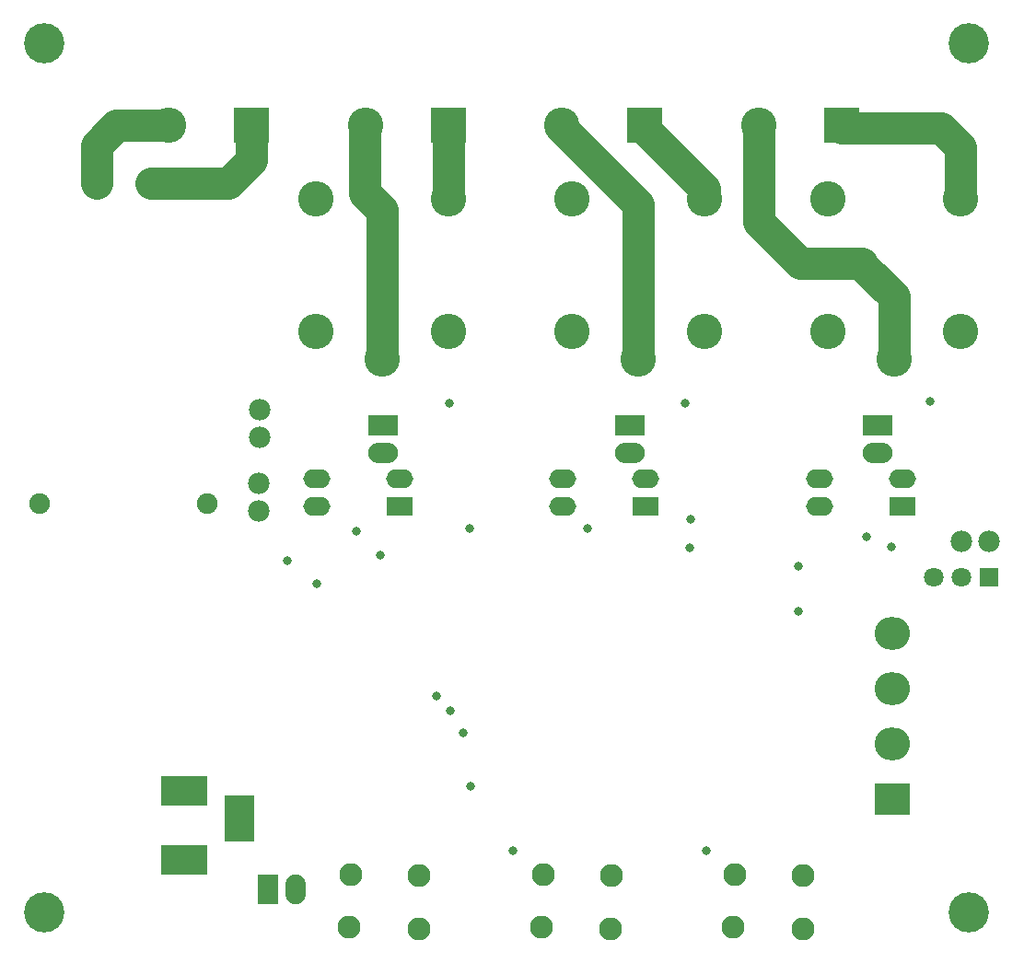
<source format=gbs>
G04*
G04 #@! TF.GenerationSoftware,Altium Limited,Altium Designer,19.0.12 (326)*
G04*
G04 Layer_Color=16711935*
%FSTAX24Y24*%
%MOIN*%
G70*
G01*
G75*
%ADD51C,0.0780*%
%ADD52C,0.1280*%
%ADD53R,0.1280X0.1280*%
%ADD54O,0.1080X0.0730*%
%ADD55R,0.1080X0.0730*%
%ADD56R,0.0980X0.0680*%
%ADD57O,0.0980X0.0680*%
%ADD58R,0.1080X0.1680*%
%ADD59R,0.1680X0.1080*%
%ADD60C,0.0680*%
%ADD61C,0.0749*%
%ADD62C,0.0830*%
%ADD63C,0.0710*%
%ADD64R,0.0710X0.0710*%
%ADD65R,0.0730X0.1080*%
%ADD66O,0.0730X0.1080*%
%ADD67O,0.1280X0.1180*%
%ADD68R,0.1280X0.1180*%
%ADD69C,0.1458*%
%ADD70C,0.0316*%
%ADD94C,0.1181*%
D51*
X043199Y02345D02*
D03*
X044199Y02345D02*
D03*
X0178Y0282D02*
D03*
X0178Y0272D02*
D03*
X01775Y02555D02*
D03*
X01775Y02455D02*
D03*
D52*
X03835Y03105D02*
D03*
X04315Y03585D02*
D03*
X04075Y03005D02*
D03*
X03835Y03585D02*
D03*
X04315Y03105D02*
D03*
X029083D02*
D03*
X033883Y03585D02*
D03*
X031483Y03005D02*
D03*
X029083Y03585D02*
D03*
X033883Y03105D02*
D03*
X019817D02*
D03*
X024617Y03585D02*
D03*
X022217Y03005D02*
D03*
X019817Y03585D02*
D03*
X024617Y03105D02*
D03*
X0145Y0385D02*
D03*
X021617D02*
D03*
X028733D02*
D03*
X03585D02*
D03*
D53*
X0175D02*
D03*
X024617D02*
D03*
X031733D02*
D03*
X03885D02*
D03*
D54*
X04015Y02665D02*
D03*
X0312D02*
D03*
X02225Y026659D02*
D03*
D55*
X04015Y02765D02*
D03*
X0312D02*
D03*
X02225Y027659D02*
D03*
D56*
X04105Y0247D02*
D03*
X03175D02*
D03*
X02285D02*
D03*
D57*
X04105Y0257D02*
D03*
X03805D02*
D03*
Y0247D02*
D03*
X03175Y0257D02*
D03*
X02875D02*
D03*
Y0247D02*
D03*
X02285Y0257D02*
D03*
X01985D02*
D03*
Y0247D02*
D03*
D58*
X01705Y0134D02*
D03*
D59*
X01505Y0119D02*
D03*
Y0144D02*
D03*
D60*
X01385Y0364D02*
D03*
X011882D02*
D03*
D61*
X015897Y024825D02*
D03*
X009834D02*
D03*
D62*
X03499Y011375D02*
D03*
X03744Y009425D02*
D03*
X03747Y011345D02*
D03*
X03493Y009465D02*
D03*
X02109Y011375D02*
D03*
X02354Y009425D02*
D03*
X02357Y011345D02*
D03*
X02103Y009465D02*
D03*
X02804Y011375D02*
D03*
X03049Y009425D02*
D03*
X03052Y011345D02*
D03*
X02798Y009465D02*
D03*
D63*
X0422Y02215D02*
D03*
X0432D02*
D03*
D64*
X0442D02*
D03*
D65*
X0181Y01085D02*
D03*
D66*
X0191D02*
D03*
D67*
X040704Y016099D02*
D03*
X040704Y0181D02*
D03*
X0407Y020103D02*
D03*
D68*
X040704Y014099D02*
D03*
D69*
X043465Y041496D02*
D03*
Y01D02*
D03*
X01Y041496D02*
D03*
Y01D02*
D03*
D70*
X03335Y0232D02*
D03*
X0213Y0238D02*
D03*
X02215Y02295D02*
D03*
X03975Y0236D02*
D03*
X04205Y0285D02*
D03*
X033382Y02425D02*
D03*
X0373Y02255D02*
D03*
Y0209D02*
D03*
X02965Y0239D02*
D03*
X0254D02*
D03*
X03395Y012252D02*
D03*
X02695Y01225D02*
D03*
X025406Y014574D02*
D03*
X04065Y02325D02*
D03*
X0332Y02845D02*
D03*
X02465D02*
D03*
X02515Y0165D02*
D03*
X0247Y0173D02*
D03*
X0242Y01785D02*
D03*
X01985Y0219D02*
D03*
X0188Y02275D02*
D03*
D94*
X03885Y0384D02*
X04245D01*
X04315Y0377D01*
Y03585D02*
Y0377D01*
X03815Y0335D02*
X0396D01*
X0397Y03335D02*
X04075Y0323D01*
Y03005D02*
Y0323D01*
X03735Y0335D02*
X0395D01*
X03585Y035D02*
X03735Y0335D01*
X03585Y035D02*
Y0384D01*
X033883Y03585D02*
Y036217D01*
X031733Y038367D02*
X033883Y036217D01*
X031733Y038367D02*
Y0384D01*
X028733D02*
X031483Y03565D01*
Y03005D02*
Y03565D01*
X0175Y03725D02*
Y0384D01*
X0174Y03715D02*
X0175Y03725D01*
X01665Y0364D02*
X0174Y03715D01*
X01385Y0364D02*
X01665D01*
X011882D02*
Y037782D01*
X01195Y03785D01*
X0126Y0385D01*
X0145D01*
X024617Y03585D02*
Y0384D01*
X0216Y03605D02*
Y038383D01*
Y03605D02*
X022217Y035433D01*
Y03005D02*
Y035433D01*
M02*

</source>
